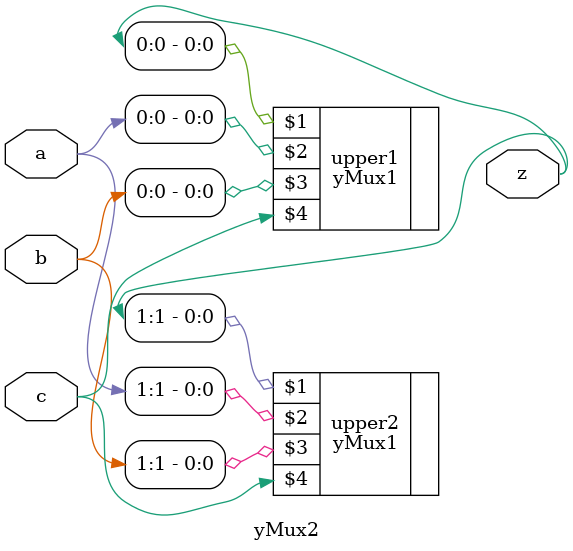
<source format=v>
module yMux2(z, a, b, c);
output [1:0] z;
input [1:0] a, b;
input c;

yMux1 upper1(z[0], a[0], b[0], c);
yMux1 upper2(z[1], a[1], b[1], c);

endmodule
</source>
